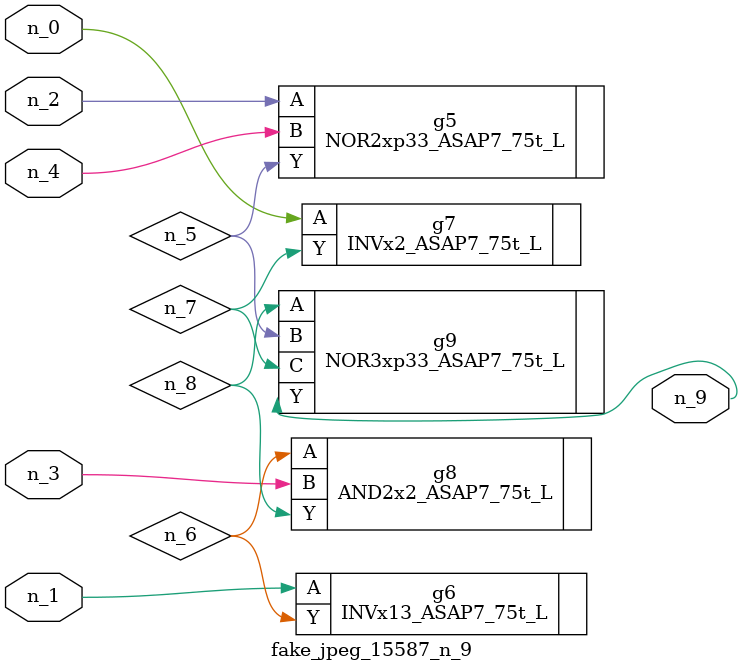
<source format=v>
module fake_jpeg_15587_n_9 (n_3, n_2, n_1, n_0, n_4, n_9);

input n_3;
input n_2;
input n_1;
input n_0;
input n_4;

output n_9;

wire n_8;
wire n_6;
wire n_5;
wire n_7;

NOR2xp33_ASAP7_75t_L g5 ( 
.A(n_2),
.B(n_4),
.Y(n_5)
);

INVx13_ASAP7_75t_L g6 ( 
.A(n_1),
.Y(n_6)
);

INVx2_ASAP7_75t_L g7 ( 
.A(n_0),
.Y(n_7)
);

AND2x2_ASAP7_75t_L g8 ( 
.A(n_6),
.B(n_3),
.Y(n_8)
);

NOR3xp33_ASAP7_75t_L g9 ( 
.A(n_8),
.B(n_5),
.C(n_7),
.Y(n_9)
);


endmodule
</source>
